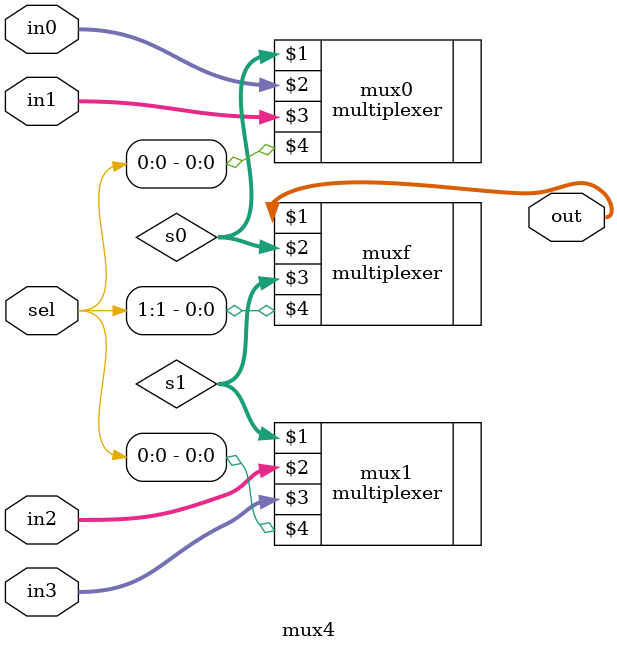
<source format=v>
`timescale 1ns/1ps

module mux4(sel, in0, in1, in2, in3, out);
    parameter WIDTH = 32;
    input [1:0] sel;
    input [WIDTH-1:0] in0, in1, in2, in3;
    output wire [WIDTH-1:0] out;
    wire [WIDTH-1:0] s0, s1;
    multiplexer #(WIDTH) mux0(s0, in0, in1, sel[0]);
    multiplexer #(WIDTH) mux1(s1, in2, in3, sel[0]);
    multiplexer #(WIDTH) muxf(out, s0, s1, sel[1]);

endmodule
</source>
